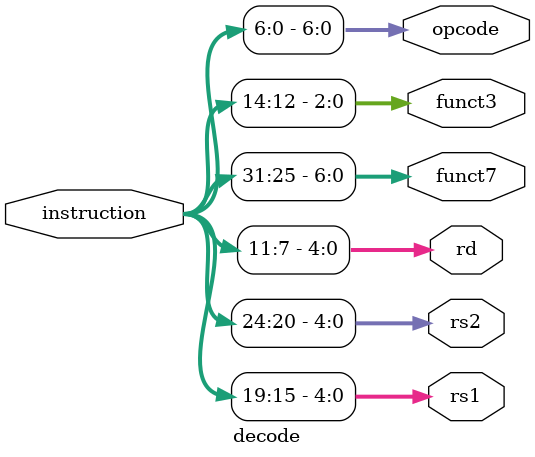
<source format=v>
module decode(
    input [31:0] instruction,
    output [4:0] rs1,
    output [4:0] rs2,
    output [4:0] rd,
    output [6:0] funct7,
    output [2:0] funct3,
    output [6:0] opcode
);

    assign opcode = instruction[6:0];
    assign rd = instruction[11:7];
    assign funct3 = instruction[14:12];
    assign rs1 = instruction[19:15];
    assign rs2 = instruction[24:20];
    assign funct7 = instruction[31:25];

endmodule
</source>
